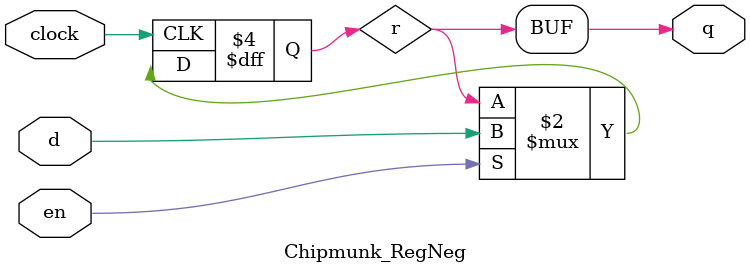
<source format=sv>
`default_nettype none

module Chipmunk_RegNeg #(
  parameter int WIDTH = 1
)(
  input  var logic             clock,
  input  var logic             en,
  input  var logic [WIDTH-1:0] d,
  output var logic [WIDTH-1:0] q
);
  logic [WIDTH-1:0] r;
  assign q = r;

  always_ff @(negedge clock) begin
    if (en) r <= d;
  end

endmodule: Chipmunk_RegNeg

</source>
